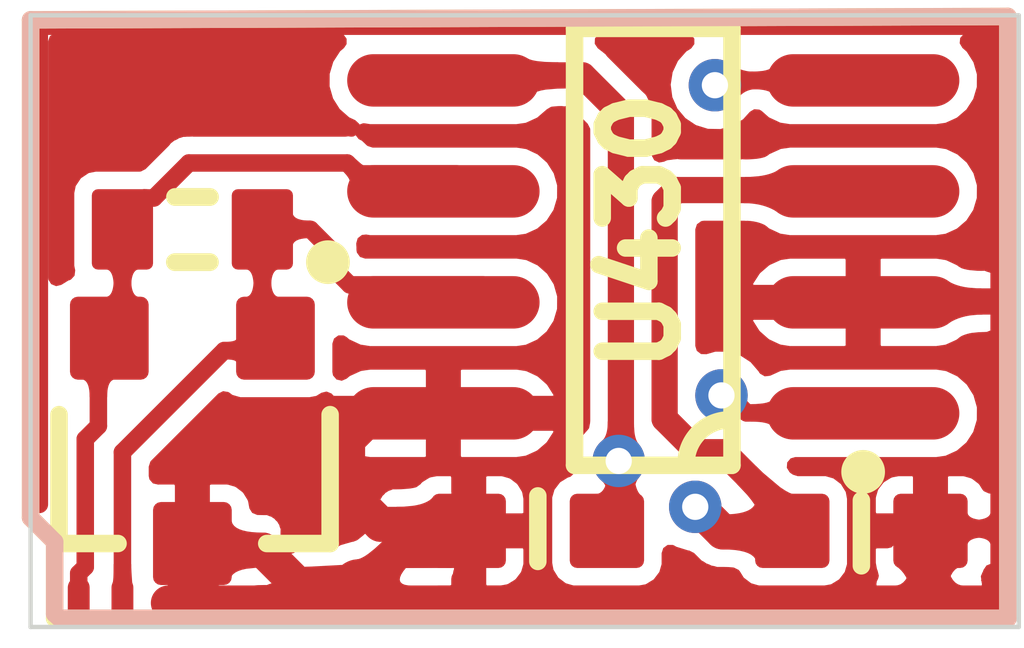
<source format=kicad_pcb>
(kicad_pcb (version 20210108) (generator pcbnew)
  (layers (0 "F.Cu" signal "Top Layer") (31 "B.Cu" signal "Bottom Layer") (34 "B.Paste" user) (35 "F.Paste" user) (36 "B.SilkS" user "B.Silkscreen") (37 "F.SilkS" user "F.Silkscreen") (38 "B.Mask" user) (39 "F.Mask" user) (44 "Edge.Cuts" user))
  (net 0 "")
  (net 1 "CAN_VIO")
  (net 2 "CAN_RX")
  (net 3 "CAN_TX")
  (net 4 "GND")
  (net 5 "V5")
  (net 6 "CANH")
  (net 7 "CANL")
  (footprint "Small.PcbLib:D TVS Array 2" (layer "F.Cu") (at 1.950001 -2.125005 -90)
    (fp_text reference "D430" hide)
    (fp_text value "PESD1CAN" hide)
    (fp_line (start 1.170003 -0.849998) (end 1.170003 -1.575001) (layer "F.SilkS") (width 0.2))
    (fp_line (start 1.170003 1.525001) (end -0.304998 1.525001) (layer "F.SilkS") (width 0.2))
    (fp_line (start 1.170003 1.525001) (end 1.170003 0.850003) (layer "F.SilkS") (width 0.2))
    (fp_line (start 1.170003 -1.575001) (end -0.304998 -1.575001) (layer "F.SilkS") (width 0.2))
    (fp_circle (center -2.050001 -1.55) (end -2.175002 -1.55) (layer "F.SilkS") (width 0.25) (fill none))
    (pad "1" smd roundrect (at -1.179997 -0.949998 180) (size 0.900001 0.950001) (layers "F.Cu" "F.Paste" "F.Mask") (roundrect_rratio 0.1) (net 6 "CANH"))
    (pad "2" smd roundrect (at -1.180002 0.95 180) (size 0.899998 0.950011) (layers "F.Cu" "F.Paste" "F.Mask") (roundrect_rratio 0.1) (net 7 "CANL"))
    (pad "3" smd roundrect (at 1.170003 0.000002 180) (size 0.900001 0.950001) (layers "F.Cu" "F.Paste" "F.Mask") (roundrect_rratio 0.1) (net 4 "GND"))
  )
  (footprint "IC.PcbLib:TJA1051T" (layer "F.Cu") (at 7.220001 -4.349994 180)
    (fp_text reference "U430" (at -0.324909 -1.516174 90 unlocked) (layer "F.SilkS") (effects (font (size 0.800001 0.800001) (thickness 0.254)) (justify left bottom)))
    (fp_text value "TJA1051T/3/1J" hide)
    (fp_line (start -0.900001 -2.5) (end -0.900001 2.5) (layer "F.SilkS") (width 0.2))
    (fp_line (start 0.900001 -2.5) (end -0.900001 -2.5) (layer "F.SilkS") (width 0.2))
    (fp_line (start 0.900001 -2.5) (end 0.900001 2.5) (layer "F.SilkS") (width 0.2))
    (fp_line (start 0.900001 2.5) (end -0.900001 2.5) (layer "F.SilkS") (width 0.2))
    (fp_arc (start -0.874999 -2.48) (end -0.874999 -1.980001) (angle -90) (layer "F.SilkS") (width 0.2))
    (fp_circle (center -2.4 -2.575001) (end -2.4 -2.45) (layer "F.SilkS") (width 0.25) (fill none))
    (pad "1" smd oval (at -2.4 -1.905 270) (size 0.599999 2.200001) (layers "F.Cu" "F.Paste" "F.Mask") (net 3 "CAN_TX"))
    (pad "2" smd oval (at -2.4 -0.635 270) (size 0.599999 2.200001) (layers "F.Cu" "F.Paste" "F.Mask") (net 4 "GND"))
    (pad "3" smd oval (at -2.4 0.635 270) (size 0.599999 2.200001) (layers "F.Cu" "F.Paste" "F.Mask") (net 5 "V5"))
    (pad "4" smd oval (at -2.4 1.905 270) (size 0.599999 2.200001) (layers "F.Cu" "F.Paste" "F.Mask") (net 2 "CAN_RX"))
    (pad "5" smd oval (at 2.4 1.905 270) (size 0.599999 2.200001) (layers "F.Cu" "F.Paste" "F.Mask") (net 1 "CAN_VIO"))
    (pad "6" smd oval (at 2.4 0.635 270) (size 0.599999 2.200001) (layers "F.Cu" "F.Paste" "F.Mask") (net 7 "CANL"))
    (pad "7" smd oval (at 2.4 -0.635 270) (size 0.599999 2.200001) (layers "F.Cu" "F.Paste" "F.Mask") (net 6 "CANH"))
    (pad "8" smd oval (at 2.4 -1.905 270) (size 0.599999 2.200001) (layers "F.Cu" "F.Paste" "F.Mask") (net 4 "GND"))
  )
  (footprint "General.pcblib:Cap" (layer "F.Cu") (at 9.599994 -1.100005)
    (fp_text reference "C431" hide)
    (fp_text value "100n" hide)
    (fp_line (start 0 0.399999) (end 0 -0.349987) (layer "F.SilkS") (width 0.2))
    (pad "1" smd roundrect (at -0.790001 0) (size 0.850001 0.850001) (layers "F.Cu" "F.Paste" "F.Mask") (roundrect_rratio 0.1) (net 5 "V5"))
    (pad "2" smd roundrect (at 0.79 0) (size 0.850001 0.850001) (layers "F.Cu" "F.Paste" "F.Mask") (roundrect_rratio 0.1) (net 4 "GND"))
  )
  (footprint "Mod.PcbLib:Mod-Hellen-CAN" (layer "F.Cu") (at 0 0)
    (fp_text reference "M430" hide)
    (fp_text value "Hellen One : CAN Module interface" hide)
    (fp_line (start 0.375001 -0.15) (end 0.431203 -0.1) (layer "B.SilkS") (width 0.2))
    (fp_line (start 0.099997 -6.947827) (end 11.274997 -6.986674) (layer "B.SilkS") (width 0.2))
    (fp_line (start 0.375001 -0.15) (end 0.375001 -0.974999) (layer "B.SilkS") (width 0.2))
    (fp_line (start 0.431203 -0.1) (end 11.274997 -0.1) (layer "B.SilkS") (width 0.2))
    (fp_line (start 0.099997 -1.250005) (end 0.099997 -6.947827) (layer "B.SilkS") (width 0.2))
    (fp_line (start 0.099997 -1.250005) (end 0.375001 -0.974999) (layer "B.SilkS") (width 0.2))
    (fp_line (start 11.274997 -0.093797) (end 11.274997 -6.986674) (layer "B.SilkS") (width 0.2))
    (fp_line (start 0.375001 -0.1) (end 0.375003 -0.099997) (layer "F.SilkS") (width 0.2))
    (fp_line (start 0.099997 -1.249998) (end 0.375001 -0.974994) (layer "F.SilkS") (width 0.2))
    (fp_line (start 0.375001 -0.1) (end 0.375001 -0.974994) (layer "F.SilkS") (width 0.2))
    (fp_line (start 0.099997 -6.947479) (end 11.274997 -6.986326) (layer "F.SilkS") (width 0.2))
    (fp_line (start 0.099997 -1.249998) (end 0.099997 -6.947479) (layer "F.SilkS") (width 0.2))
    (fp_line (start 0.375003 -0.099997) (end 11.274997 -0.099997) (layer "F.SilkS") (width 0.2))
    (fp_line (start 11.274997 -0.099997) (end 11.274997 -6.986326) (layer "F.SilkS") (width 0.2))
    (pad "E1" smd oval (at 10.999993 -0.275003 180) (size 0.499999 0.25) (layers "F.Cu" "F.Paste" "F.Mask") (net 4 "GND"))
    (pad "E1" smd oval (at 0.199997 -4.1375 180) (size 0.2 5.669999) (layers "F.Cu" "F.Paste") (net 4 "GND"))
    (pad "E1" smd oval (at 6.374999 -0.275003 270) (size 0.399999 9.800001) (layers "F.Cu" "F.Paste") (net 4 "GND"))
    (pad "E1" smd oval (at 11.174997 -3.537501 180) (size 0.2 6.799999) (layers "F.Cu" "F.Paste") (net 4 "GND"))
    (pad "E1" smd oval (at 5.674998 -6.875 90) (size 0.2 11.100001) (layers "F.Cu" "F.Paste") (net 4 "GND"))
    (pad "S1" smd oval (at 0.649999 -0.325001) (size 0.25 0.499999) (layers "F.Cu" "F.Paste" "F.Mask") (net 7 "CANL"))
    (pad "S2" smd oval (at 1.15 -0.325001) (size 0.25 0.499999) (layers "F.Cu" "F.Paste" "F.Mask") (net 6 "CANH"))
    (pad "V1" thru_hole circle (at 7.699997 -1.374999 180) (size 0.599999 0.599999) (drill 0.299999) (layers *.Cu *.Mask) (net 5 "V5"))
    (pad "V2" thru_hole circle (at 6.824995 -1.899999 180) (size 0.599999 0.599999) (drill 0.299999) (layers *.Cu *.Mask) (net 1 "CAN_VIO"))
    (pad "V5" thru_hole circle (at 7.999999 -2.649997 270) (size 0.599999 0.599999) (drill 0.299999) (layers *.Cu *.Mask) (net 3 "CAN_TX"))
    (pad "V6" thru_hole circle (at 7.924996 -6.199998 270) (size 0.599999 0.599999) (drill 0.299999) (layers *.Cu *.Mask) (net 2 "CAN_RX"))
  )
  (footprint "" (layer "F.Cu") (at 3.85 -0.475)
    (fp_text reference "" (at 0 0) (layer "F.SilkS") (effects (font (size 1.27 1.27))))
    (fp_text value "" (at 0 0) (layer "F.SilkS") (effects (font (size 1.27 1.27))))
    (pad "4" smd circle (at 0 0 180) (size 0.599999 0.599999) (layers "F.Cu" "F.Paste" "F.Mask") (net 4 "GND"))
  )
  (footprint "General.pcblib:Cap" (layer "F.Cu") (at 5.899993 -1.100005 180)
    (fp_text reference "C430" hide)
    (fp_text value "100n" hide)
    (fp_line (start 0 -0.349986) (end 0 0.4) (layer "F.SilkS") (width 0.2))
    (pad "1" smd roundrect (at -0.790001 0 180) (size 0.850001 0.850001) (layers "F.Cu" "F.Paste" "F.Mask") (roundrect_rratio 0.1) (net 1 "CAN_VIO"))
    (pad "2" smd roundrect (at 0.790001 0 180) (size 0.850001 0.850001) (layers "F.Cu" "F.Paste" "F.Mask") (roundrect_rratio 0.1) (net 4 "GND"))
  )
  (footprint "General.pcblib:Res" (layer "F.Cu") (at 1.949994 -4.550001 180)
    (fp_text reference "R430" hide)
    (fp_text value "120" hide)
    (fp_line (start 0.2 -0.374985) (end -0.199999 -0.374995) (layer "F.SilkS") (width 0.2032))
    (fp_line (start 0.198943 0.37085) (end -0.201056 0.37084) (layer "F.SilkS") (width 0.2032))
    (pad "1" smd roundrect (at -0.800001 0 180) (size 0.700001 0.920001) (layers "F.Cu" "F.Paste" "F.Mask") (roundrect_rratio 0.1) (net 6 "CANH"))
    (pad "2" smd roundrect (at 0.800001 0 180) (size 0.700001 0.920001) (layers "F.Cu" "F.Paste" "F.Mask") (roundrect_rratio 0.1) (net 7 "CANL"))
  )
  (gr_poly (pts (xy 3.238673 -0.687934) (xy 3.664049 -0.710418) (xy 3.655474 -0.246616) (xy 3.642342 -0.254465) (xy 3.62235 -0.26149) (xy 3.5955 -0.267688) (xy 3.561789 -0.27306) (xy 3.473785 -0.281323) (xy 3.290336 -0.28752) (xy 3.215467 -0.287934)) (layer "F.Cu") (width 0) (fill solid))
  (gr_poly (pts (xy 3.298256 -4.450001) (xy 3.259676 -4.449001) (xy 3.22516 -4.446001) (xy 3.194703 -4.441002) (xy 3.168305 -4.434002) (xy 3.14597 -4.425) (xy 3.127695 -4.414002) (xy 3.113484 -4.401002) (xy 3.103331 -4.386001) (xy 3.097238 -4.369001) (xy 3.095208 -4.350001) (xy 3.095208 -4.750001) (xy 3.097238 -4.731001) (xy 3.103331 -4.714001) (xy 3.113484 -4.699) (xy 3.127695 -4.686) (xy 3.14597 -4.675002) (xy 3.168305 -4.666) (xy 3.194703 -4.659) (xy 3.22516 -4.654001) (xy 3.259676 -4.651002) (xy 3.298256 -4.650001)) (layer "F.Cu") (width 0) (fill solid))
  (gr_poly (pts (xy 2.649995 -3.89174) (xy 2.648994 -3.93032) (xy 2.645994 -3.964836) (xy 2.640995 -3.995293) (xy 2.633995 -4.021691) (xy 2.624993 -4.044025) (xy 2.613995 -4.062301) (xy 2.600996 -4.076512) (xy 2.585994 -4.086664) (xy 2.568994 -4.092758) (xy 2.549995 -4.094787) (xy 2.949994 -4.094787) (xy 2.930995 -4.092758) (xy 2.913995 -4.086664) (xy 2.898993 -4.076512) (xy 2.885994 -4.062301) (xy 2.874996 -4.044025) (xy 2.865994 -4.021691) (xy 2.858994 -3.995293) (xy 2.853995 -3.964836) (xy 2.850995 -3.93032) (xy 2.849994 -3.89174)) (layer "F.Cu") (width 0) (fill solid))
  (gr_poly (pts (xy 7.000001 -2.323663) (xy 7.000522 -2.291278) (xy 7.004693 -2.232919) (xy 7.00834 -2.206945) (xy 7.013031 -2.18311) (xy 7.018764 -2.16141) (xy 7.025541 -2.14185) (xy 7.033359 -2.124426) (xy 7.042219 -2.10914) (xy 7.052122 -2.09599) (xy 6.633583 -2.130999) (xy 6.646205 -2.143122) (xy 6.657495 -2.157479) (xy 6.667457 -2.17407) (xy 6.676093 -2.192891) (xy 6.683398 -2.213948) (xy 6.689374 -2.237235) (xy 6.694025 -2.262756) (xy 6.697345 -2.290511) (xy 6.699339 -2.320498) (xy 6.700002 -2.352718)) (layer "F.Cu") (width 0) (fill solid))
  (gr_poly (pts (xy 2.149998 -0.804992) (xy 2.151291 -0.74149) (xy 2.161624 -0.634672) (xy 2.170666 -0.591355) (xy 2.182292 -0.554769) (xy 2.196503 -0.524911) (xy 2.213295 -0.501782) (xy 2.232673 -0.485381) (xy 2.254634 -0.475709) (xy 2.279178 -0.472765) (xy 1.621414 -0.462046) (xy 1.645846 -0.465854) (xy 1.667706 -0.476435) (xy 1.686992 -0.493791) (xy 1.703708 -0.517924) (xy 1.717853 -0.548831) (xy 1.729425 -0.586514) (xy 1.738427 -0.630969) (xy 1.744856 -0.682203) (xy 1.748714 -0.740209) (xy 1.749999 -0.804992)) (layer "F.Cu") (width 0) (fill solid))
  (gr_poly (pts (xy 6.203064 -6.162396) (xy 6.123475 -6.16092) (xy 5.989805 -6.149114) (xy 5.935723 -6.138784) (xy 5.890146 -6.1255) (xy 5.853067 -6.109266) (xy 5.824492 -6.090082) (xy 5.804421 -6.067943) (xy 5.792851 -6.042856) (xy 5.789783 -6.014814) (xy 5.769757 -6.514381) (xy 5.785607 -6.504503) (xy 5.806054 -6.495666) (xy 5.831098 -6.487869) (xy 5.86074 -6.48111) (xy 5.894982 -6.475392) (xy 5.977258 -6.467074) (xy 6.077923 -6.462916) (xy 6.135154 -6.462395)) (layer "F.Cu") (width 0) (fill solid))
  (gr_poly (pts (xy 1.749999 -0.275003) (xy 1.743657 -0.484393) (xy 2.156341 -0.484393) (xy 2.155137 -0.4823) (xy 2.154057 -0.476019) (xy 2.153107 -0.465549) (xy 2.151014 -0.409014) (xy 2.149998 -0.275003)) (layer "F.Cu") (width 0) (fill solid))
  (gr_poly (pts (xy 11.013552 -1.025002) (xy 10.974972 -1.024001) (xy 10.940456 -1.021001) (xy 10.909999 -1.016003) (xy 10.8836 -1.009002) (xy 10.861266 -1.000003) (xy 10.842991 -0.989002) (xy 10.828779 -0.976003) (xy 10.818627 -0.961001) (xy 10.812534 -0.944001) (xy 10.810504 -0.925002) (xy 10.810504 -1.325001) (xy 10.812534 -1.306002) (xy 10.818627 -1.289002) (xy 10.828779 -1.274001) (xy 10.842991 -1.261001) (xy 10.861266 -1.25) (xy 10.8836 -1.241001) (xy 10.909999 -1.234001) (xy 10.940456 -1.229002) (xy 10.974972 -1.226002) (xy 11.013552 -1.225001)) (layer "F.Cu") (width 0) (fill solid))
  (gr_poly (pts (xy 8.272315 -5.150002) (xy 8.325782 -5.150947) (xy 8.423603 -5.158496) (xy 8.467954 -5.165103) (xy 8.509264 -5.173596) (xy 8.547539 -5.18398) (xy 8.582772 -5.196248) (xy 8.614969 -5.210404) (xy 8.644125 -5.226449) (xy 8.670244 -5.244381) (xy 8.670244 -4.725607) (xy 8.636907 -4.749241) (xy 8.601738 -4.770389) (xy 8.56474 -4.789048) (xy 8.525911 -4.80522) (xy 8.485251 -4.818903) (xy 8.442759 -4.8301) (xy 8.398439 -4.838807) (xy 8.35229 -4.845027) (xy 8.304309 -4.848758) (xy 8.254497 -4.850003)) (layer "F.Cu") (width 0) (fill solid))
  (gr_poly (pts (xy 8.342079 -2.550003) (xy 8.391771 -2.550983) (xy 8.475586 -2.558837) (xy 8.509709 -2.565705) (xy 8.538639 -2.574539) (xy 8.562378 -2.585334) (xy 8.580928 -2.598092) (xy 8.594286 -2.612814) (xy 8.602452 -2.629499) (xy 8.605429 -2.648146) (xy 8.59774 -2.25186) (xy 8.595484 -2.270506) (xy 8.587958 -2.287191) (xy 8.575157 -2.301913) (xy 8.557085 -2.314672) (xy 8.53374 -2.325467) (xy 8.505121 -2.334301) (xy 8.471233 -2.341169) (xy 8.432071 -2.346076) (xy 8.387636 -2.349022) (xy 8.337928 -2.350003)) (layer "F.Cu") (width 0) (fill solid))
  (gr_poly (pts (xy 10.575 -0.875812) (xy 10.576999 -0.799234) (xy 10.583001 -0.730715) (xy 10.593001 -0.670258) (xy 10.606999 -0.617863) (xy 10.625 -0.573527) (xy 10.646999 -0.537253) (xy 10.673001 -0.509039) (xy 10.703001 -0.488887) (xy 10.736999 -0.476796) (xy 10.775 -0.472765) (xy 9.975002 -0.472765) (xy 10.013003 -0.476796) (xy 10.047 -0.488887) (xy 10.077 -0.509039) (xy 10.103002 -0.537253) (xy 10.125001 -0.573527) (xy 10.143002 -0.617863) (xy 10.157 -0.670258) (xy 10.167 -0.730715) (xy 10.173002 -0.799234) (xy 10.175001 -0.875812)) (layer "F.Cu") (width 0) (fill solid))
  (gr_poly (pts (xy 7.000001 -1.823563) (xy 7.000893 -1.772625) (xy 7.008017 -1.683078) (xy 7.014253 -1.644467) (xy 7.022272 -1.609966) (xy 7.032069 -1.579573) (xy 7.043649 -1.553289) (xy 7.057012 -1.531115) (xy 7.072155 -1.513048) (xy 7.089079 -1.49909) (xy 6.550002 -1.520515) (xy 6.578501 -1.522473) (xy 6.604003 -1.530728) (xy 6.626502 -1.545285) (xy 6.646001 -1.566141) (xy 6.662501 -1.593296) (xy 6.676001 -1.626751) (xy 6.686502 -1.666504) (xy 6.694002 -1.712557) (xy 6.698501 -1.764911) (xy 6.700002 -1.823563)) (layer "F.Cu") (width 0) (fill solid))
  (gr_poly (pts (xy 8.641057 -1.481071) (xy 8.8365 -1.29824) (xy 8.611758 -1.073498) (xy 8.609579 -1.078073) (xy 8.603821 -1.085974) (xy 8.594484 -1.097201) (xy 8.521352 -1.17538) (xy 8.428927 -1.268941)) (layer "F.Cu") (width 0) (fill solid))
  (gr_poly (pts (xy 4.430217 -0.718256) (xy 4.144521 -0.417932) (xy 3.830561 -0.77437) (xy 3.851224 -0.777916) (xy 3.874676 -0.786054) (xy 3.900917 -0.798782) (xy 3.929949 -0.816102) (xy 3.961768 -0.838012) (xy 4.033774 -0.895604) (xy 4.116939 -0.97156) (xy 4.162702 -1.016427)) (layer "F.Cu") (width 0) (fill solid))
  (gr_poly (pts (xy 10.98343 -3.574992) (xy 10.932838 -3.573798) (xy 10.837802 -3.564247) (xy 10.793359 -3.555891) (xy 10.750967 -3.545144) (xy 10.710626 -3.532012) (xy 10.672333 -3.516493) (xy 10.636093 -3.498586) (xy 10.601899 -3.478289) (xy 10.569758 -3.455607) (xy 10.569758 -3.974381) (xy 10.597091 -3.955496) (xy 10.627276 -3.9386) (xy 10.660319 -3.923693) (xy 10.696214 -3.910772) (xy 10.734965 -3.89984) (xy 10.77657 -3.890894) (xy 10.821027 -3.883937) (xy 10.91851 -3.875984) (xy 10.971533 -3.874991)) (layer "F.Cu") (width 0) (fill solid))
  (gr_poly (pts (xy 8.012499 -1.287503) (xy 8.085397 -1.289235) (xy 8.150568 -1.294437) (xy 8.20801 -1.303104) (xy 8.25772 -1.315237) (xy 8.299704 -1.330838) (xy 8.333958 -1.349906) (xy 8.360484 -1.372441) (xy 8.379282 -1.398443) (xy 8.390349 -1.427909) (xy 8.393687 -1.460845) (xy 8.404992 -0.715261) (xy 8.400598 -0.747987) (xy 8.388457 -0.777268) (xy 8.368571 -0.803105) (xy 8.340941 -0.825497) (xy 8.305564 -0.844443) (xy 8.262442 -0.859945) (xy 8.211574 -0.872002) (xy 8.152961 -0.880615) (xy 8.086603 -0.885782) (xy 8.012499 -0.887504)) (layer "F.Cu") (width 0) (fill solid))
  (gr_poly (pts (xy 1.25 -0.719849) (xy 1.25015 -0.681627) (xy 1.26205 -0.503817) (xy 1.264877 -0.497586) (xy 1.035124 -0.497586) (xy 1.037951 -0.503817) (xy 1.040481 -0.513601) (xy 1.042711 -0.526941) (xy 1.046282 -0.564284) (xy 1.049406 -0.646958) (xy 1.05 -0.719849)) (layer "F.Cu") (width 0) (fill solid))
  (gr_poly (pts (xy 8.401599 -6.154994) (xy 8.373133 -6.153772) (xy 8.345935 -6.150107) (xy 8.320009 -6.143998) (xy 8.295353 -6.135449) (xy 8.271967 -6.124453) (xy 8.249854 -6.111016) (xy 8.229011 -6.095134) (xy 8.209437 -6.07681) (xy 8.191134 -6.056043) (xy 8.174104 -6.032833) (xy 8.097111 -6.445715) (xy 8.12307 -6.428476) (xy 8.175333 -6.399446) (xy 8.201637 -6.387653) (xy 8.228053 -6.377673) (xy 8.254583 -6.36951) (xy 8.281231 -6.363157) (xy 8.307989 -6.358623) (xy 8.334865 -6.3559) (xy 8.361853 -6.354994)) (layer "F.Cu") (width 0) (fill solid))
  (gr_poly (pts (xy 8.39536 -1.841762) (xy 8.472167 -1.767042) (xy 8.670892 -1.599682) (xy 8.726566 -1.562826) (xy 8.776957 -1.535433) (xy 8.822065 -1.517505) (xy 8.86189 -1.509044) (xy 8.896431 -1.510048) (xy 8.92569 -1.520515) (xy 8.389483 -1.21429) (xy 8.411286 -1.232215) (xy 8.423463 -1.255583) (xy 8.426011 -1.284394) (xy 8.418934 -1.318654) (xy 8.402229 -1.358356) (xy 8.375896 -1.403507) (xy 8.33994 -1.454102) (xy 8.294355 -1.510139) (xy 8.174304 -1.638554)) (layer "F.Cu") (width 0) (fill solid))
  (gr_poly (pts (xy 1.049993 -3.89174) (xy 1.048992 -3.93032) (xy 1.045992 -3.964836) (xy 1.040994 -3.995293) (xy 1.033993 -4.021691) (xy 1.024992 -4.044025) (xy 1.013993 -4.062301) (xy 1.000994 -4.076512) (xy 0.985992 -4.086664) (xy 0.968992 -4.092758) (xy 0.949993 -4.094787) (xy 1.349992 -4.094787) (xy 1.330993 -4.092758) (xy 1.313993 -4.086664) (xy 1.298992 -4.076512) (xy 1.285992 -4.062301) (xy 1.274994 -4.044025) (xy 1.265992 -4.021691) (xy 1.258992 -3.995293) (xy 1.253993 -3.964836) (xy 1.250993 -3.93032) (xy 1.249992 -3.89174)) (layer "F.Cu") (width 0) (fill solid))
  (gr_poly (pts (xy 4.286435 -1.375001) (xy 4.35216 -1.376243) (xy 4.468094 -1.386169) (xy 4.518302 -1.394856) (xy 4.563336 -1.406022) (xy 4.603196 -1.419672) (xy 4.637883 -1.435804) (xy 4.667397 -1.454419) (xy 4.691738 -1.475514) (xy 4.710908 -1.49909) (xy 4.689483 -0.775002) (xy 4.686518 -0.813003) (xy 4.675254 -0.847001) (xy 4.655693 -0.877001) (xy 4.627837 -0.903003) (xy 4.59168 -0.925002) (xy 4.547227 -0.943003) (xy 4.494474 -0.957001) (xy 4.433425 -0.967001) (xy 4.364081 -0.973003) (xy 4.286435 -0.975002)) (layer "F.Cu") (width 0) (fill solid))
  (gr_poly (pts (xy 0.775 -2.631346) (xy 0.773999 -2.669926) (xy 0.770999 -2.704442) (xy 0.766001 -2.734899) (xy 0.759 -2.761298) (xy 0.750001 -2.783632) (xy 0.739 -2.801907) (xy 0.726001 -2.816118) (xy 0.710999 -2.826271) (xy 0.693999 -2.832364) (xy 0.675 -2.834394) (xy 1.074999 -2.834394) (xy 1.056 -2.832364) (xy 1.039 -2.826271) (xy 1.023998 -2.816118) (xy 1.010999 -2.801907) (xy 0.999998 -2.783632) (xy 0.990999 -2.761298) (xy 0.983999 -2.734899) (xy 0.979 -2.704442) (xy 0.976 -2.669926) (xy 0.974999 -2.631346)) (layer "F.Cu") (width 0) (fill solid))
  (gr_poly (pts (xy 6.700002 -1.447279) (xy 6.699339 -1.479499) (xy 6.694025 -1.537241) (xy 6.689374 -1.562763) (xy 6.683398 -1.58605) (xy 6.676093 -1.607106) (xy 6.667457 -1.625928) (xy 6.657495 -1.642519) (xy 6.646205 -1.656875) (xy 6.633583 -1.668998) (xy 7.052122 -1.704007) (xy 7.042219 -1.690858) (xy 7.033359 -1.675572) (xy 7.025541 -1.658148) (xy 7.018764 -1.638587) (xy 7.013031 -1.616888) (xy 7.00834 -1.593052) (xy 7.004693 -1.567078) (xy 7.000522 -1.508719) (xy 7.000001 -1.476334)) (layer "F.Cu") (width 0) (fill solid))
  (gr_poly (pts (xy 1.249992 -3.978669) (xy 1.250993 -3.940089) (xy 1.253993 -3.905573) (xy 1.258992 -3.875115) (xy 1.265992 -3.848717) (xy 1.274994 -3.826383) (xy 1.285992 -3.808108) (xy 1.298992 -3.793896) (xy 1.313993 -3.783744) (xy 1.330993 -3.777651) (xy 1.349992 -3.775621) (xy 0.949993 -3.775621) (xy 0.968992 -3.777651) (xy 0.985992 -3.783744) (xy 1.000994 -3.793896) (xy 1.013993 -3.808108) (xy 1.024992 -3.826383) (xy 1.033993 -3.848717) (xy 1.040994 -3.875115) (xy 1.045992 -3.905573) (xy 1.048992 -3.940089) (xy 1.049993 -3.978669)) (layer "F.Cu") (width 0) (fill solid))
  (gr_poly (pts (xy 10.175001 -0.276449) (xy 10.17316 -0.334957) (xy 10.167638 -0.3899) (xy 10.158433 -0.441269) (xy 10.145547 -0.489072) (xy 10.128979 -0.533303) (xy 10.108728 -0.573966) (xy 10.084796 -0.611058) (xy 10.057183 -0.644583) (xy 10.025888 -0.674535) (xy 9.99091 -0.700921) (xy 10.773306 -0.694047) (xy 10.735628 -0.690187) (xy 10.701917 -0.677901) (xy 10.672171 -0.657197) (xy 10.64639 -0.628068) (xy 10.624576 -0.59052) (xy 10.60673 -0.544548) (xy 10.592849 -0.490157) (xy 10.582933 -0.427342) (xy 10.576984 -0.356105) (xy 10.575 -0.276449)) (layer "F.Cu") (width 0) (fill solid))
  (gr_poly (pts (xy 2.757937 -0.679999) (xy 2.686611 -0.678424) (xy 2.566259 -0.665815) (xy 2.517229 -0.654784) (xy 2.475629 -0.640601) (xy 2.441463 -0.623265) (xy 2.414727 -0.60278) (xy 2.395423 -0.57914) (xy 2.383549 -0.552351) (xy 2.379109 -0.522409) (xy 2.395606 -1.239281) (xy 2.39857 -1.209017) (xy 2.408926 -1.181938) (xy 2.426675 -1.158047) (xy 2.451819 -1.137341) (xy 2.484356 -1.11982) (xy 2.524285 -1.105484) (xy 2.571608 -1.094334) (xy 2.626324 -1.086368) (xy 2.688435 -1.08159) (xy 2.757937 -1.079998)) (layer "F.Cu") (width 0) (fill solid))
  (gr_poly (pts (xy 4.445546 -0.733582) (xy 4.398848 -0.684027) (xy 4.363085 -0.639689) (xy 4.338259 -0.600565) (xy 4.324363 -0.566659) (xy 4.321404 -0.537969) (xy 4.329379 -0.514497) (xy 4.348287 -0.49624) (xy 4.378129 -0.483197) (xy 4.418907 -0.475374) (xy 4.470616 -0.472765) (xy 3.339249 -0.472765) (xy 3.396681 -0.477037) (xy 3.457067 -0.489857) (xy 3.520402 -0.511223) (xy 3.586686 -0.541134) (xy 3.655921 -0.579592) (xy 3.728108 -0.626598) (xy 3.803244 -0.682147) (xy 3.962367 -0.818888) (xy 4.046355 -0.900077)) (layer "F.Cu") (width 0) (fill solid))
  (gr_poly (pts (xy 8.340004 -6.354994) (xy 8.389704 -6.355974) (xy 8.47341 -6.363828) (xy 8.507415 -6.370696) (xy 8.536188 -6.37953) (xy 8.559731 -6.390325) (xy 8.578042 -6.403083) (xy 8.591121 -6.417805) (xy 8.598969 -6.434491) (xy 8.601586 -6.453137) (xy 8.601586 -6.056851) (xy 8.598969 -6.075497) (xy 8.591121 -6.092182) (xy 8.578042 -6.106904) (xy 8.559731 -6.119663) (xy 8.536188 -6.130458) (xy 8.507415 -6.139292) (xy 8.47341 -6.14616) (xy 8.434172 -6.151067) (xy 8.389704 -6.154014) (xy 8.340004 -6.154994)) (layer "F.Cu") (width 0) (fill solid))
  (gr_poly (pts (xy 4.304124 -1.075004) (xy 4.380113 -1.076828) (xy 4.447781 -1.082297) (xy 4.507126 -1.091413) (xy 4.558147 -1.104174) (xy 4.600844 -1.120582) (xy 4.635218 -1.140635) (xy 4.661268 -1.164336) (xy 4.678998 -1.191684) (xy 4.688401 -1.222677) (xy 4.689483 -1.257315) (xy 4.738017 -0.682808) (xy 4.735779 -0.681325) (xy 4.724397 -0.679999) (xy 4.703872 -0.678828) (xy 4.304124 -0.675005)) (layer "F.Cu") (width 0) (fill solid))
  (gr_poly (pts (xy 2.312863 -3.262861) (xy 2.339754 -3.263245) (xy 2.385042 -3.266323) (xy 2.403442 -3.269018) (xy 2.41901 -3.27248) (xy 2.431748 -3.276714) (xy 2.441654 -3.281716) (xy 2.44873 -3.287489) (xy 2.452977 -3.294029) (xy 2.454392 -3.301342) (xy 2.454392 -3.024381) (xy 2.452977 -3.031693) (xy 2.44873 -3.038234) (xy 2.441654 -3.044007) (xy 2.431748 -3.049008) (xy 2.41901 -3.053243) (xy 2.403442 -3.056705) (xy 2.385042 -3.0594) (xy 2.363813 -3.061322) (xy 2.312863 -3.062862)) (layer "F.Cu") (width 0) (fill solid))
  (gr_poly (pts (xy 10.876145 -1.225001) (xy 10.914725 -1.226002) (xy 10.949242 -1.229002) (xy 10.979699 -1.234001) (xy 11.006097 -1.241001) (xy 11.028431 -1.25) (xy 11.046706 -1.261001) (xy 11.060918 -1.274001) (xy 11.07107 -1.289002) (xy 11.077164 -1.306002) (xy 11.079193 -1.325001) (xy 11.079193 -0.925002) (xy 11.077164 -0.944001) (xy 11.07107 -0.961001) (xy 11.060918 -0.976003) (xy 11.046706 -0.989002) (xy 11.028431 -1.000003) (xy 11.006097 -1.009002) (xy 10.979699 -1.016003) (xy 10.949242 -1.021001) (xy 10.914725 -1.024001) (xy 10.876145 -1.025002)) (layer "F.Cu") (width 0) (fill solid))
  (gr_poly (pts (xy 2.849994 -3.978659) (xy 2.850995 -3.940078) (xy 2.853995 -3.905562) (xy 2.858994 -3.875105) (xy 2.865994 -3.848707) (xy 2.874996 -3.826373) (xy 2.885994 -3.808098) (xy 2.898993 -3.793886) (xy 2.913995 -3.783734) (xy 2.930995 -3.77764) (xy 2.949994 -3.775611) (xy 2.549995 -3.775611) (xy 2.568994 -3.77764) (xy 2.585994 -3.783734) (xy 2.600996 -3.793886) (xy 2.613995 -3.808098) (xy 2.624993 -3.826373) (xy 2.633995 -3.848707) (xy 2.640995 -3.875105) (xy 2.645994 -3.905562) (xy 2.648994 -3.940078) (xy 2.649995 -3.978659)) (layer "F.Cu") (width 0) (fill solid))
  (gr_poly (pts (xy 3.78998 -5.380713) (xy 3.816157 -5.355148) (xy 3.882276 -5.298227) (xy 3.900178 -5.285842) (xy 3.916009 -5.276753) (xy 3.929774 -5.270962) (xy 3.941468 -5.268465) (xy 3.951094 -5.269263) (xy 3.958648 -5.273358) (xy 3.7425 -5.083061) (xy 3.747524 -5.089873) (xy 3.749342 -5.098641) (xy 3.747958 -5.10937) (xy 3.743371 -5.122055) (xy 3.735578 -5.1367) (xy 3.724582 -5.153302) (xy 3.710381 -5.171862) (xy 3.67237 -5.214856) (xy 3.648558 -5.239291)) (layer "F.Cu") (width 0) (fill solid))
  (gr_line (start 0.1 0) (end 0.1 -6.999999) (layer "Edge.Cuts") (width 0.05))
  (gr_line (start 0.1 0) (end 0.1 0) (layer "Edge.Cuts") (width 0.05))
  (gr_line (start 0.1 -6.999999) (end 11.399998 -6.999999) (layer "Edge.Cuts") (width 0.05))
  (gr_line (start 11.399998 0) (end 0.1 0) (layer "Edge.Cuts") (width 0.05))
  (gr_line (start 11.399998 -6.999999) (end 11.399998 0) (layer "Edge.Cuts") (width 0.05))
  (segment (start 6.850002 -1.900001) (end 6.850002 -5.874997) (width 0.299999) (layer "F.Cu") (net 1))
  (segment (start 6.850002 -1.260013) (end 6.850002 -1.900001) (width 0.299999) (layer "F.Cu") (net 1))
  (segment (start 4.79997 -6.254994) (end 4.857372 -6.312395) (width 0.299999) (layer "F.Cu") (net 1))
  (segment (start 6.689994 -1.100005) (end 6.850002 -1.260013) (width 0.299999) (layer "F.Cu") (net 1))
  (segment (start 6.412603 -6.312395) (end 6.850002 -5.874997) (width 0.299999) (layer "F.Cu") (net 1))
  (segment (start 4.857372 -6.312395) (end 6.412603 -6.312395) (width 0.299999) (layer "F.Cu") (net 1))
  (segment (start 7.979992 -6.254994) (end 9.620001 -6.254994) (width 0.2) (layer "F.Cu") (net 2))
  (segment (start 7.924996 -6.199998) (end 7.979992 -6.254994) (width 0.2) (layer "F.Cu") (net 2))
  (segment (start 9.594962 -2.450003) (end 9.599971 -2.444994) (width 0.2) (layer "F.Cu") (net 3))
  (segment (start 7.999999 -2.65) (end 8.087871 -2.65) (width 0.2) (layer "F.Cu") (net 3))
  (segment (start 8.087871 -2.65) (end 8.287868 -2.450003) (width 0.2) (layer "F.Cu") (net 3))
  (segment (start 8.287868 -2.450003) (end 9.594962 -2.450003) (width 0.2) (layer "F.Cu") (net 3))
  (segment (start 10.375001 -0.275006) (end 10.375001 -1.085012) (width 0.399999) (layer "F.Cu") (net 4))
  (segment (start 4.304124 -0.875005) (end 4.884992 -0.875005) (width 0.399999) (layer "F.Cu") (net 4))
  (segment (start 3.725001 -1.549999) (end 3.725001 -2.140908) (width 0.399999) (layer "F.Cu") (net 4))
  (segment (start 3.150001 -0.487934) (end 3.837066 -0.487934) (width 0.399999) (layer "F.Cu") (net 4))
  (segment (start 3.837066 -0.487934) (end 3.85 -0.475) (width 0.399999) (layer "F.Cu") (net 4))
  (segment (start 4.048867 -2.464773) (end 5.329705 -2.464773) (width 0.399999) (layer "F.Cu") (net 4))
  (segment (start 9.774979 -3.764996) (end 9.789983 -3.749993) (width 0.299999) (layer "F.Cu") (net 4))
  (segment (start 10.375001 -1.085012) (end 10.389994 -1.100005) (width 0.399999) (layer "F.Cu") (net 4))
  (segment (start 9.789983 -3.724991) (end 11.099996 -3.724991) (width 0.299999) (layer "F.Cu") (net 4))
  (segment (start 4.099999 -1.175001) (end 5.034996 -1.175001) (width 0.399999) (layer "F.Cu") (net 4))
  (segment (start 3.725001 -1.549999) (end 4.099999 -1.175001) (width 0.399999) (layer "F.Cu") (net 4))
  (segment (start 10.389994 -1.100005) (end 10.414991 -1.125002) (width 0.2) (layer "F.Cu") (net 4))
  (segment (start 3.725001 -2.140908) (end 4.048867 -2.464773) (width 0.399999) (layer "F.Cu") (net 4))
  (segment (start 3.90412 -0.475) (end 4.304124 -0.875005) (width 0.399999) (layer "F.Cu") (net 4))
  (segment (start 1.874992 -0.879998) (end 2.757937 -0.879998) (width 0.399999) (layer "F.Cu") (net 4))
  (segment (start 4.884992 -0.875005) (end 5.109992 -1.100005) (width 0.399999) (layer "F.Cu") (net 4))
  (segment (start 1.874992 -0.879998) (end 1.949999 -0.804992) (width 0.399999) (layer "F.Cu") (net 4))
  (segment (start 1.949999 -0.275003) (end 1.949999 -0.804992) (width 0.399999) (layer "F.Cu") (net 4))
  (segment (start 3.85 -0.475) (end 3.90412 -0.475) (width 0.399999) (layer "F.Cu") (net 4))
  (segment (start 10.414991 -1.125002) (end 11.174999 -1.125002) (width 0.2) (layer "F.Cu") (net 4))
  (segment (start 5.329705 -2.464773) (end 5.402313 -2.537381) (width 0.399999) (layer "F.Cu") (net 4))
  (segment (start 5.034996 -1.175001) (end 5.109992 -1.100005) (width 0.399999) (layer "F.Cu") (net 4))
  (segment (start 9.714979 -3.749993) (end 9.789983 -3.749993) (width 0.299999) (layer "F.Cu") (net 4))
  (segment (start 2.757937 -0.879998) (end 3.150001 -0.487934) (width 0.399999) (layer "F.Cu") (net 4))
  (segment (start 7.481804 -5.000003) (end 9.584962 -5.000003) (width 0.299999) (layer "F.Cu") (net 5))
  (segment (start 7.725001 -1.375001) (end 8.012499 -1.087504) (width 0.399999) (layer "F.Cu") (net 5))
  (segment (start 8.534992 -1.375006) (end 8.809993 -1.100005) (width 0.299999) (layer "F.Cu") (net 5))
  (segment (start 7.350001 -4.8682) (end 7.481804 -5.000003) (width 0.299999) (layer "F.Cu") (net 5))
  (segment (start 8.012499 -1.087504) (end 8.797491 -1.087504) (width 0.399999) (layer "F.Cu") (net 5))
  (segment (start 8.024988 -2.000001) (end 8.534992 -1.489997) (width 0.299999) (layer "F.Cu") (net 5))
  (segment (start 7.350001 -2.380762) (end 7.730762 -2.000001) (width 0.299999) (layer "F.Cu") (net 5))
  (segment (start 7.730762 -2.000001) (end 8.024988 -2.000001) (width 0.299999) (layer "F.Cu") (net 5))
  (segment (start 7.350001 -2.380762) (end 7.350001 -4.8682) (width 0.299999) (layer "F.Cu") (net 5))
  (segment (start 9.584962 -5.000003) (end 9.599971 -4.984994) (width 0.299999) (layer "F.Cu") (net 5))
  (segment (start 8.797491 -1.087504) (end 8.809993 -1.100005) (width 0.399999) (layer "F.Cu") (net 5))
  (segment (start 8.534992 -1.375006) (end 8.534992 -1.489997) (width 0.299999) (layer "F.Cu") (net 5))
  (segment (start 2.624993 -3.262861) (end 2.624993 -3.305002) (width 0.2) (layer "F.Cu") (net 6))
  (segment (start 1.15 -0.325001) (end 1.15 -1.999999) (width 0.2) (layer "F.Cu") (net 6))
  (segment (start 2.749995 -4.550001) (end 3.299996 -4.550001) (width 0.2) (layer "F.Cu") (net 6))
  (segment (start 3.750361 -3.915004) (end 5.274993 -3.915004) (width 0.2) (layer "F.Cu") (net 6))
  (segment (start 2.749995 -3.455005) (end 2.749995 -4.550001) (width 0.2) (layer "F.Cu") (net 6))
  (segment (start 2.624993 -3.305002) (end 2.874996 -3.305002) (width 0.2) (layer "F.Cu") (net 6))
  (segment (start 1.15 -1.999999) (end 2.312863 -3.162861) (width 0.2) (layer "F.Cu") (net 6))
  (segment (start 3.299996 -4.550001) (end 3.525177 -4.32482) (width 0.2) (layer "F.Cu") (net 6))
  (segment (start 2.312863 -3.162861) (end 2.524994 -3.162861) (width 0.2) (layer "F.Cu") (net 6))
  (segment (start 3.525177 -4.140187) (end 3.525177 -4.32482) (width 0.2) (layer "F.Cu") (net 6))
  (segment (start 3.525177 -4.140187) (end 3.750361 -3.915004) (width 0.2) (layer "F.Cu") (net 6))
  (segment (start 2.524994 -3.162861) (end 2.624993 -3.262861) (width 0.2) (layer "F.Cu") (net 6))
  (segment (start 2.624993 -3.330004) (end 2.749995 -3.455005) (width 0.2) (layer "F.Cu") (net 6))
  (segment (start 1.909994 -5.310002) (end 3.719269 -5.310002) (width 0.2) (layer "F.Cu") (net 7))
  (segment (start 1.399995 -4.910003) (end 1.509994 -4.910003) (width 0.2) (layer "F.Cu") (net 7))
  (segment (start 1.149993 -3.455002) (end 1.149993 -4.550001) (width 0.2) (layer "F.Cu") (net 7))
  (segment (start 3.719269 -5.310002) (end 3.844267 -5.185004) (width 0.2) (layer "F.Cu") (net 7))
  (segment (start 1.149993 -4.660001) (end 1.399995 -4.910003) (width 0.2) (layer "F.Cu") (net 7))
  (segment (start 1.509994 -4.910003) (end 1.909994 -5.310002) (width 0.2) (layer "F.Cu") (net 7))
  (segment (start 0.875 -2.3) (end 0.875 -3.180009) (width 0.2) (layer "F.Cu") (net 7))
  (segment (start 0.875 -3.180009) (end 1.149993 -3.455002) (width 0.2) (layer "F.Cu") (net 7))
  (segment (start 0.649999 -0.325001) (end 0.649999 -0.612498) (width 0.2) (layer "F.Cu") (net 7))
  (segment (start 1.149993 -4.550001) (end 1.149993 -4.660001) (width 0.2) (layer "F.Cu") (net 7))
  (segment (start 0.725 -0.687499) (end 0.725 -2.150001) (width 0.2) (layer "F.Cu") (net 7))
  (segment (start 3.844267 -5.185004) (end 4.974979 -5.185004) (width 0.2) (layer "F.Cu") (net 7))
  (segment (start 0.649999 -0.612498) (end 0.725 -0.687499) (width 0.2) (layer "F.Cu") (net 7))
  (segment (start 0.725 -2.150001) (end 0.875 -2.3) (width 0.2) (layer "F.Cu") (net 7))
  (zone (net 4) (net_name "GND") (layer "F.Cu") (connect_pads (clearance 0.2)) (min_thickness 0.2) (fill yes (thermal_gap 0.2) (thermal_bridge_width 0.399999))
    (polygon (pts (xy 11.302111 -6.772892) (xy 11.274549 -0.275006) (xy 1.225001 -0.200002) (xy 0.225001 -1.175001) (xy 0.225001 -6.887502) (xy 11.187501 -6.887502)))
  )
)
</source>
